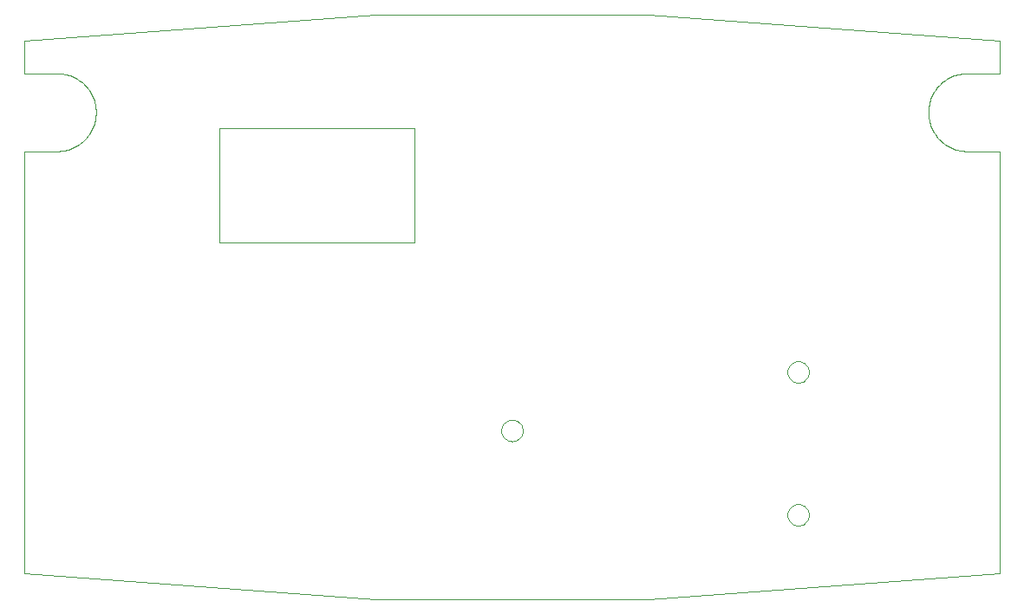
<source format=gtp>
G75*
G70*
%OFA0B0*%
%FSLAX24Y24*%
%IPPOS*%
%LPD*%
%AMOC8*
5,1,8,0,0,1.08239X$1,22.5*
%
%ADD10C,0.0000*%
D10*
X010400Y020400D02*
X023900Y019400D01*
X034400Y019400D01*
X047900Y020400D01*
X047900Y036650D01*
X046650Y036650D01*
X046574Y036652D01*
X046498Y036658D01*
X046423Y036667D01*
X046348Y036681D01*
X046274Y036698D01*
X046201Y036719D01*
X046129Y036743D01*
X046058Y036772D01*
X045989Y036803D01*
X045922Y036838D01*
X045857Y036877D01*
X045793Y036919D01*
X045732Y036964D01*
X045673Y037012D01*
X045617Y037063D01*
X045563Y037117D01*
X045512Y037173D01*
X045464Y037232D01*
X045419Y037293D01*
X045377Y037357D01*
X045338Y037422D01*
X045303Y037489D01*
X045272Y037558D01*
X045243Y037629D01*
X045219Y037701D01*
X045198Y037774D01*
X045181Y037848D01*
X045167Y037923D01*
X045158Y037998D01*
X045152Y038074D01*
X045150Y038150D01*
X045152Y038226D01*
X045158Y038302D01*
X045167Y038377D01*
X045181Y038452D01*
X045198Y038526D01*
X045219Y038599D01*
X045243Y038671D01*
X045272Y038742D01*
X045303Y038811D01*
X045338Y038878D01*
X045377Y038943D01*
X045419Y039007D01*
X045464Y039068D01*
X045512Y039127D01*
X045563Y039183D01*
X045617Y039237D01*
X045673Y039288D01*
X045732Y039336D01*
X045793Y039381D01*
X045857Y039423D01*
X045922Y039462D01*
X045989Y039497D01*
X046058Y039528D01*
X046129Y039557D01*
X046201Y039581D01*
X046274Y039602D01*
X046348Y039619D01*
X046423Y039633D01*
X046498Y039642D01*
X046574Y039648D01*
X046650Y039650D01*
X047900Y039650D01*
X047900Y040900D01*
X034400Y041900D01*
X023900Y041900D01*
X010400Y040900D01*
X010400Y039650D01*
X011650Y039650D01*
X011726Y039648D01*
X011802Y039642D01*
X011877Y039633D01*
X011952Y039619D01*
X012026Y039602D01*
X012099Y039581D01*
X012171Y039557D01*
X012242Y039528D01*
X012311Y039497D01*
X012378Y039462D01*
X012443Y039423D01*
X012507Y039381D01*
X012568Y039336D01*
X012627Y039288D01*
X012683Y039237D01*
X012737Y039183D01*
X012788Y039127D01*
X012836Y039068D01*
X012881Y039007D01*
X012923Y038943D01*
X012962Y038878D01*
X012997Y038811D01*
X013028Y038742D01*
X013057Y038671D01*
X013081Y038599D01*
X013102Y038526D01*
X013119Y038452D01*
X013133Y038377D01*
X013142Y038302D01*
X013148Y038226D01*
X013150Y038150D01*
X013148Y038074D01*
X013142Y037998D01*
X013133Y037923D01*
X013119Y037848D01*
X013102Y037774D01*
X013081Y037701D01*
X013057Y037629D01*
X013028Y037558D01*
X012997Y037489D01*
X012962Y037422D01*
X012923Y037357D01*
X012881Y037293D01*
X012836Y037232D01*
X012788Y037173D01*
X012737Y037117D01*
X012683Y037063D01*
X012627Y037012D01*
X012568Y036964D01*
X012507Y036919D01*
X012443Y036877D01*
X012378Y036838D01*
X012311Y036803D01*
X012242Y036772D01*
X012171Y036743D01*
X012099Y036719D01*
X012026Y036698D01*
X011952Y036681D01*
X011877Y036667D01*
X011802Y036658D01*
X011726Y036652D01*
X011650Y036650D01*
X010400Y036650D01*
X010400Y020400D01*
X017900Y033150D02*
X025400Y033150D01*
X025400Y037525D01*
X017900Y037525D01*
X017900Y033150D01*
X028737Y025900D02*
X028739Y025940D01*
X028745Y025981D01*
X028755Y026020D01*
X028768Y026058D01*
X028786Y026095D01*
X028807Y026129D01*
X028831Y026162D01*
X028858Y026192D01*
X028888Y026219D01*
X028921Y026243D01*
X028955Y026264D01*
X028992Y026282D01*
X029030Y026295D01*
X029069Y026305D01*
X029110Y026311D01*
X029150Y026313D01*
X029190Y026311D01*
X029231Y026305D01*
X029270Y026295D01*
X029308Y026282D01*
X029345Y026264D01*
X029379Y026243D01*
X029412Y026219D01*
X029442Y026192D01*
X029469Y026162D01*
X029493Y026129D01*
X029514Y026095D01*
X029532Y026058D01*
X029545Y026020D01*
X029555Y025981D01*
X029561Y025940D01*
X029563Y025900D01*
X029561Y025860D01*
X029555Y025819D01*
X029545Y025780D01*
X029532Y025742D01*
X029514Y025705D01*
X029493Y025671D01*
X029469Y025638D01*
X029442Y025608D01*
X029412Y025581D01*
X029379Y025557D01*
X029345Y025536D01*
X029308Y025518D01*
X029270Y025505D01*
X029231Y025495D01*
X029190Y025489D01*
X029150Y025487D01*
X029110Y025489D01*
X029069Y025495D01*
X029030Y025505D01*
X028992Y025518D01*
X028955Y025536D01*
X028921Y025557D01*
X028888Y025581D01*
X028858Y025608D01*
X028831Y025638D01*
X028807Y025671D01*
X028786Y025705D01*
X028768Y025742D01*
X028755Y025780D01*
X028745Y025819D01*
X028739Y025860D01*
X028737Y025900D01*
X039737Y028150D02*
X039739Y028190D01*
X039745Y028231D01*
X039755Y028270D01*
X039768Y028308D01*
X039786Y028345D01*
X039807Y028379D01*
X039831Y028412D01*
X039858Y028442D01*
X039888Y028469D01*
X039921Y028493D01*
X039955Y028514D01*
X039992Y028532D01*
X040030Y028545D01*
X040069Y028555D01*
X040110Y028561D01*
X040150Y028563D01*
X040190Y028561D01*
X040231Y028555D01*
X040270Y028545D01*
X040308Y028532D01*
X040345Y028514D01*
X040379Y028493D01*
X040412Y028469D01*
X040442Y028442D01*
X040469Y028412D01*
X040493Y028379D01*
X040514Y028345D01*
X040532Y028308D01*
X040545Y028270D01*
X040555Y028231D01*
X040561Y028190D01*
X040563Y028150D01*
X040561Y028110D01*
X040555Y028069D01*
X040545Y028030D01*
X040532Y027992D01*
X040514Y027955D01*
X040493Y027921D01*
X040469Y027888D01*
X040442Y027858D01*
X040412Y027831D01*
X040379Y027807D01*
X040345Y027786D01*
X040308Y027768D01*
X040270Y027755D01*
X040231Y027745D01*
X040190Y027739D01*
X040150Y027737D01*
X040110Y027739D01*
X040069Y027745D01*
X040030Y027755D01*
X039992Y027768D01*
X039955Y027786D01*
X039921Y027807D01*
X039888Y027831D01*
X039858Y027858D01*
X039831Y027888D01*
X039807Y027921D01*
X039786Y027955D01*
X039768Y027992D01*
X039755Y028030D01*
X039745Y028069D01*
X039739Y028110D01*
X039737Y028150D01*
X039737Y022650D02*
X039739Y022690D01*
X039745Y022731D01*
X039755Y022770D01*
X039768Y022808D01*
X039786Y022845D01*
X039807Y022879D01*
X039831Y022912D01*
X039858Y022942D01*
X039888Y022969D01*
X039921Y022993D01*
X039955Y023014D01*
X039992Y023032D01*
X040030Y023045D01*
X040069Y023055D01*
X040110Y023061D01*
X040150Y023063D01*
X040190Y023061D01*
X040231Y023055D01*
X040270Y023045D01*
X040308Y023032D01*
X040345Y023014D01*
X040379Y022993D01*
X040412Y022969D01*
X040442Y022942D01*
X040469Y022912D01*
X040493Y022879D01*
X040514Y022845D01*
X040532Y022808D01*
X040545Y022770D01*
X040555Y022731D01*
X040561Y022690D01*
X040563Y022650D01*
X040561Y022610D01*
X040555Y022569D01*
X040545Y022530D01*
X040532Y022492D01*
X040514Y022455D01*
X040493Y022421D01*
X040469Y022388D01*
X040442Y022358D01*
X040412Y022331D01*
X040379Y022307D01*
X040345Y022286D01*
X040308Y022268D01*
X040270Y022255D01*
X040231Y022245D01*
X040190Y022239D01*
X040150Y022237D01*
X040110Y022239D01*
X040069Y022245D01*
X040030Y022255D01*
X039992Y022268D01*
X039955Y022286D01*
X039921Y022307D01*
X039888Y022331D01*
X039858Y022358D01*
X039831Y022388D01*
X039807Y022421D01*
X039786Y022455D01*
X039768Y022492D01*
X039755Y022530D01*
X039745Y022569D01*
X039739Y022610D01*
X039737Y022650D01*
M02*

</source>
